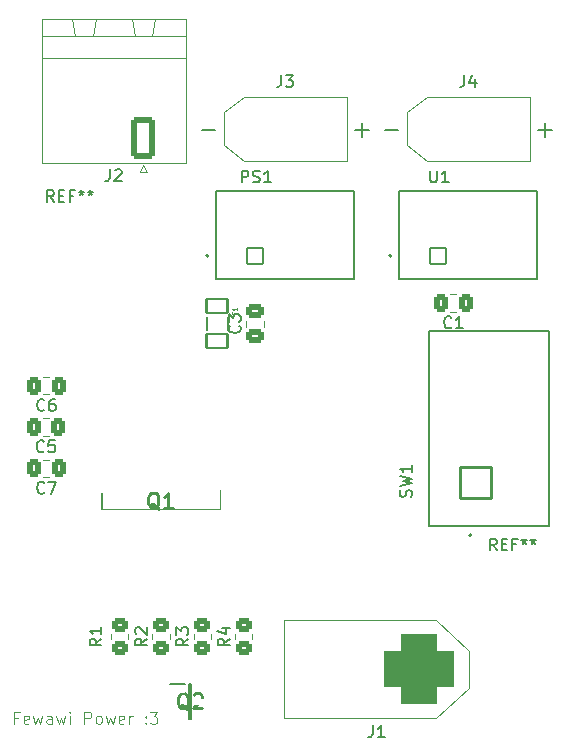
<source format=gto>
%TF.GenerationSoftware,KiCad,Pcbnew,8.0.2*%
%TF.CreationDate,2024-10-02T19:35:02-04:00*%
%TF.ProjectId,FewawiPowerBoard,46657761-7769-4506-9f77-6572426f6172,rev?*%
%TF.SameCoordinates,Original*%
%TF.FileFunction,Legend,Top*%
%TF.FilePolarity,Positive*%
%FSLAX46Y46*%
G04 Gerber Fmt 4.6, Leading zero omitted, Abs format (unit mm)*
G04 Created by KiCad (PCBNEW 8.0.2) date 2024-10-02 19:35:02*
%MOMM*%
%LPD*%
G01*
G04 APERTURE LIST*
G04 Aperture macros list*
%AMRoundRect*
0 Rectangle with rounded corners*
0 $1 Rounding radius*
0 $2 $3 $4 $5 $6 $7 $8 $9 X,Y pos of 4 corners*
0 Add a 4 corners polygon primitive as box body*
4,1,4,$2,$3,$4,$5,$6,$7,$8,$9,$2,$3,0*
0 Add four circle primitives for the rounded corners*
1,1,$1+$1,$2,$3*
1,1,$1+$1,$4,$5*
1,1,$1+$1,$6,$7*
1,1,$1+$1,$8,$9*
0 Add four rect primitives between the rounded corners*
20,1,$1+$1,$2,$3,$4,$5,0*
20,1,$1+$1,$4,$5,$6,$7,0*
20,1,$1+$1,$6,$7,$8,$9,0*
20,1,$1+$1,$8,$9,$2,$3,0*%
G04 Aperture macros list end*
%ADD10C,0.100000*%
%ADD11C,0.150000*%
%ADD12C,0.098425*%
%ADD13C,0.254000*%
%ADD14C,0.120000*%
%ADD15C,0.127000*%
%ADD16C,0.200000*%
%ADD17C,6.000000*%
%ADD18R,3.800000X3.800000*%
%ADD19C,4.000000*%
%ADD20RoundRect,0.102000X-0.900000X0.585000X-0.900000X-0.585000X0.900000X-0.585000X0.900000X0.585000X0*%
%ADD21R,1.257000X3.429000*%
%ADD22R,10.668000X9.017000*%
%ADD23RoundRect,0.250000X0.475000X-0.337500X0.475000X0.337500X-0.475000X0.337500X-0.475000X-0.337500X0*%
%ADD24RoundRect,0.250000X0.337500X0.475000X-0.337500X0.475000X-0.337500X-0.475000X0.337500X-0.475000X0*%
%ADD25RoundRect,0.102000X-0.679000X-0.679000X0.679000X-0.679000X0.679000X0.679000X-0.679000X0.679000X0*%
%ADD26C,1.562000*%
%ADD27RoundRect,0.250000X0.450000X-0.350000X0.450000X0.350000X-0.450000X0.350000X-0.450000X-0.350000X0*%
%ADD28RoundRect,1.500000X1.500000X1.500000X-1.500000X1.500000X-1.500000X-1.500000X1.500000X-1.500000X0*%
%ADD29R,1.300000X0.600000*%
%ADD30RoundRect,0.102000X1.312500X-1.312500X1.312500X1.312500X-1.312500X1.312500X-1.312500X-1.312500X0*%
%ADD31C,2.829000*%
%ADD32RoundRect,0.250000X0.750000X1.550000X-0.750000X1.550000X-0.750000X-1.550000X0.750000X-1.550000X0*%
%ADD33O,2.000000X3.600000*%
%ADD34RoundRect,0.250000X-0.450000X0.350000X-0.450000X-0.350000X0.450000X-0.350000X0.450000X0.350000X0*%
G04 APERTURE END LIST*
D10*
X81387217Y-95848609D02*
X81053884Y-95848609D01*
X81053884Y-96372419D02*
X81053884Y-95372419D01*
X81053884Y-95372419D02*
X81530074Y-95372419D01*
X82291979Y-96324800D02*
X82196741Y-96372419D01*
X82196741Y-96372419D02*
X82006265Y-96372419D01*
X82006265Y-96372419D02*
X81911027Y-96324800D01*
X81911027Y-96324800D02*
X81863408Y-96229561D01*
X81863408Y-96229561D02*
X81863408Y-95848609D01*
X81863408Y-95848609D02*
X81911027Y-95753371D01*
X81911027Y-95753371D02*
X82006265Y-95705752D01*
X82006265Y-95705752D02*
X82196741Y-95705752D01*
X82196741Y-95705752D02*
X82291979Y-95753371D01*
X82291979Y-95753371D02*
X82339598Y-95848609D01*
X82339598Y-95848609D02*
X82339598Y-95943847D01*
X82339598Y-95943847D02*
X81863408Y-96039085D01*
X82672932Y-95705752D02*
X82863408Y-96372419D01*
X82863408Y-96372419D02*
X83053884Y-95896228D01*
X83053884Y-95896228D02*
X83244360Y-96372419D01*
X83244360Y-96372419D02*
X83434836Y-95705752D01*
X84244360Y-96372419D02*
X84244360Y-95848609D01*
X84244360Y-95848609D02*
X84196741Y-95753371D01*
X84196741Y-95753371D02*
X84101503Y-95705752D01*
X84101503Y-95705752D02*
X83911027Y-95705752D01*
X83911027Y-95705752D02*
X83815789Y-95753371D01*
X84244360Y-96324800D02*
X84149122Y-96372419D01*
X84149122Y-96372419D02*
X83911027Y-96372419D01*
X83911027Y-96372419D02*
X83815789Y-96324800D01*
X83815789Y-96324800D02*
X83768170Y-96229561D01*
X83768170Y-96229561D02*
X83768170Y-96134323D01*
X83768170Y-96134323D02*
X83815789Y-96039085D01*
X83815789Y-96039085D02*
X83911027Y-95991466D01*
X83911027Y-95991466D02*
X84149122Y-95991466D01*
X84149122Y-95991466D02*
X84244360Y-95943847D01*
X84625313Y-95705752D02*
X84815789Y-96372419D01*
X84815789Y-96372419D02*
X85006265Y-95896228D01*
X85006265Y-95896228D02*
X85196741Y-96372419D01*
X85196741Y-96372419D02*
X85387217Y-95705752D01*
X85768170Y-96372419D02*
X85768170Y-95705752D01*
X85768170Y-95372419D02*
X85720551Y-95420038D01*
X85720551Y-95420038D02*
X85768170Y-95467657D01*
X85768170Y-95467657D02*
X85815789Y-95420038D01*
X85815789Y-95420038D02*
X85768170Y-95372419D01*
X85768170Y-95372419D02*
X85768170Y-95467657D01*
X87006265Y-96372419D02*
X87006265Y-95372419D01*
X87006265Y-95372419D02*
X87387217Y-95372419D01*
X87387217Y-95372419D02*
X87482455Y-95420038D01*
X87482455Y-95420038D02*
X87530074Y-95467657D01*
X87530074Y-95467657D02*
X87577693Y-95562895D01*
X87577693Y-95562895D02*
X87577693Y-95705752D01*
X87577693Y-95705752D02*
X87530074Y-95800990D01*
X87530074Y-95800990D02*
X87482455Y-95848609D01*
X87482455Y-95848609D02*
X87387217Y-95896228D01*
X87387217Y-95896228D02*
X87006265Y-95896228D01*
X88149122Y-96372419D02*
X88053884Y-96324800D01*
X88053884Y-96324800D02*
X88006265Y-96277180D01*
X88006265Y-96277180D02*
X87958646Y-96181942D01*
X87958646Y-96181942D02*
X87958646Y-95896228D01*
X87958646Y-95896228D02*
X88006265Y-95800990D01*
X88006265Y-95800990D02*
X88053884Y-95753371D01*
X88053884Y-95753371D02*
X88149122Y-95705752D01*
X88149122Y-95705752D02*
X88291979Y-95705752D01*
X88291979Y-95705752D02*
X88387217Y-95753371D01*
X88387217Y-95753371D02*
X88434836Y-95800990D01*
X88434836Y-95800990D02*
X88482455Y-95896228D01*
X88482455Y-95896228D02*
X88482455Y-96181942D01*
X88482455Y-96181942D02*
X88434836Y-96277180D01*
X88434836Y-96277180D02*
X88387217Y-96324800D01*
X88387217Y-96324800D02*
X88291979Y-96372419D01*
X88291979Y-96372419D02*
X88149122Y-96372419D01*
X88815789Y-95705752D02*
X89006265Y-96372419D01*
X89006265Y-96372419D02*
X89196741Y-95896228D01*
X89196741Y-95896228D02*
X89387217Y-96372419D01*
X89387217Y-96372419D02*
X89577693Y-95705752D01*
X90339598Y-96324800D02*
X90244360Y-96372419D01*
X90244360Y-96372419D02*
X90053884Y-96372419D01*
X90053884Y-96372419D02*
X89958646Y-96324800D01*
X89958646Y-96324800D02*
X89911027Y-96229561D01*
X89911027Y-96229561D02*
X89911027Y-95848609D01*
X89911027Y-95848609D02*
X89958646Y-95753371D01*
X89958646Y-95753371D02*
X90053884Y-95705752D01*
X90053884Y-95705752D02*
X90244360Y-95705752D01*
X90244360Y-95705752D02*
X90339598Y-95753371D01*
X90339598Y-95753371D02*
X90387217Y-95848609D01*
X90387217Y-95848609D02*
X90387217Y-95943847D01*
X90387217Y-95943847D02*
X89911027Y-96039085D01*
X90815789Y-96372419D02*
X90815789Y-95705752D01*
X90815789Y-95896228D02*
X90863408Y-95800990D01*
X90863408Y-95800990D02*
X90911027Y-95753371D01*
X90911027Y-95753371D02*
X91006265Y-95705752D01*
X91006265Y-95705752D02*
X91101503Y-95705752D01*
X92196742Y-96277180D02*
X92244361Y-96324800D01*
X92244361Y-96324800D02*
X92196742Y-96372419D01*
X92196742Y-96372419D02*
X92149123Y-96324800D01*
X92149123Y-96324800D02*
X92196742Y-96277180D01*
X92196742Y-96277180D02*
X92196742Y-96372419D01*
X92196742Y-95753371D02*
X92244361Y-95800990D01*
X92244361Y-95800990D02*
X92196742Y-95848609D01*
X92196742Y-95848609D02*
X92149123Y-95800990D01*
X92149123Y-95800990D02*
X92196742Y-95753371D01*
X92196742Y-95753371D02*
X92196742Y-95848609D01*
X92577694Y-95372419D02*
X93196741Y-95372419D01*
X93196741Y-95372419D02*
X92863408Y-95753371D01*
X92863408Y-95753371D02*
X93006265Y-95753371D01*
X93006265Y-95753371D02*
X93101503Y-95800990D01*
X93101503Y-95800990D02*
X93149122Y-95848609D01*
X93149122Y-95848609D02*
X93196741Y-95943847D01*
X93196741Y-95943847D02*
X93196741Y-96181942D01*
X93196741Y-96181942D02*
X93149122Y-96277180D01*
X93149122Y-96277180D02*
X93101503Y-96324800D01*
X93101503Y-96324800D02*
X93006265Y-96372419D01*
X93006265Y-96372419D02*
X92720551Y-96372419D01*
X92720551Y-96372419D02*
X92625313Y-96324800D01*
X92625313Y-96324800D02*
X92577694Y-96277180D01*
D11*
X121916666Y-81704819D02*
X121583333Y-81228628D01*
X121345238Y-81704819D02*
X121345238Y-80704819D01*
X121345238Y-80704819D02*
X121726190Y-80704819D01*
X121726190Y-80704819D02*
X121821428Y-80752438D01*
X121821428Y-80752438D02*
X121869047Y-80800057D01*
X121869047Y-80800057D02*
X121916666Y-80895295D01*
X121916666Y-80895295D02*
X121916666Y-81038152D01*
X121916666Y-81038152D02*
X121869047Y-81133390D01*
X121869047Y-81133390D02*
X121821428Y-81181009D01*
X121821428Y-81181009D02*
X121726190Y-81228628D01*
X121726190Y-81228628D02*
X121345238Y-81228628D01*
X122345238Y-81181009D02*
X122678571Y-81181009D01*
X122821428Y-81704819D02*
X122345238Y-81704819D01*
X122345238Y-81704819D02*
X122345238Y-80704819D01*
X122345238Y-80704819D02*
X122821428Y-80704819D01*
X123583333Y-81181009D02*
X123250000Y-81181009D01*
X123250000Y-81704819D02*
X123250000Y-80704819D01*
X123250000Y-80704819D02*
X123726190Y-80704819D01*
X124250000Y-80704819D02*
X124250000Y-80942914D01*
X124011905Y-80847676D02*
X124250000Y-80942914D01*
X124250000Y-80942914D02*
X124488095Y-80847676D01*
X124107143Y-81133390D02*
X124250000Y-80942914D01*
X124250000Y-80942914D02*
X124392857Y-81133390D01*
X125011905Y-80704819D02*
X125011905Y-80942914D01*
X124773810Y-80847676D02*
X125011905Y-80942914D01*
X125011905Y-80942914D02*
X125250000Y-80847676D01*
X124869048Y-81133390D02*
X125011905Y-80942914D01*
X125011905Y-80942914D02*
X125154762Y-81133390D01*
X119166666Y-41454819D02*
X119166666Y-42169104D01*
X119166666Y-42169104D02*
X119119047Y-42311961D01*
X119119047Y-42311961D02*
X119023809Y-42407200D01*
X119023809Y-42407200D02*
X118880952Y-42454819D01*
X118880952Y-42454819D02*
X118785714Y-42454819D01*
X120071428Y-41788152D02*
X120071428Y-42454819D01*
X119833333Y-41407200D02*
X119595238Y-42121485D01*
X119595238Y-42121485D02*
X120214285Y-42121485D01*
X125428571Y-46114700D02*
X126571429Y-46114700D01*
X126000000Y-46686128D02*
X126000000Y-45543271D01*
X112428571Y-46114700D02*
X113571429Y-46114700D01*
X84416666Y-52204819D02*
X84083333Y-51728628D01*
X83845238Y-52204819D02*
X83845238Y-51204819D01*
X83845238Y-51204819D02*
X84226190Y-51204819D01*
X84226190Y-51204819D02*
X84321428Y-51252438D01*
X84321428Y-51252438D02*
X84369047Y-51300057D01*
X84369047Y-51300057D02*
X84416666Y-51395295D01*
X84416666Y-51395295D02*
X84416666Y-51538152D01*
X84416666Y-51538152D02*
X84369047Y-51633390D01*
X84369047Y-51633390D02*
X84321428Y-51681009D01*
X84321428Y-51681009D02*
X84226190Y-51728628D01*
X84226190Y-51728628D02*
X83845238Y-51728628D01*
X84845238Y-51681009D02*
X85178571Y-51681009D01*
X85321428Y-52204819D02*
X84845238Y-52204819D01*
X84845238Y-52204819D02*
X84845238Y-51204819D01*
X84845238Y-51204819D02*
X85321428Y-51204819D01*
X86083333Y-51681009D02*
X85750000Y-51681009D01*
X85750000Y-52204819D02*
X85750000Y-51204819D01*
X85750000Y-51204819D02*
X86226190Y-51204819D01*
X86750000Y-51204819D02*
X86750000Y-51442914D01*
X86511905Y-51347676D02*
X86750000Y-51442914D01*
X86750000Y-51442914D02*
X86988095Y-51347676D01*
X86607143Y-51633390D02*
X86750000Y-51442914D01*
X86750000Y-51442914D02*
X86892857Y-51633390D01*
X87511905Y-51204819D02*
X87511905Y-51442914D01*
X87273810Y-51347676D02*
X87511905Y-51442914D01*
X87511905Y-51442914D02*
X87750000Y-51347676D01*
X87369048Y-51633390D02*
X87511905Y-51442914D01*
X87511905Y-51442914D02*
X87654762Y-51633390D01*
X103666666Y-41454819D02*
X103666666Y-42169104D01*
X103666666Y-42169104D02*
X103619047Y-42311961D01*
X103619047Y-42311961D02*
X103523809Y-42407200D01*
X103523809Y-42407200D02*
X103380952Y-42454819D01*
X103380952Y-42454819D02*
X103285714Y-42454819D01*
X104047619Y-41454819D02*
X104666666Y-41454819D01*
X104666666Y-41454819D02*
X104333333Y-41835771D01*
X104333333Y-41835771D02*
X104476190Y-41835771D01*
X104476190Y-41835771D02*
X104571428Y-41883390D01*
X104571428Y-41883390D02*
X104619047Y-41931009D01*
X104619047Y-41931009D02*
X104666666Y-42026247D01*
X104666666Y-42026247D02*
X104666666Y-42264342D01*
X104666666Y-42264342D02*
X104619047Y-42359580D01*
X104619047Y-42359580D02*
X104571428Y-42407200D01*
X104571428Y-42407200D02*
X104476190Y-42454819D01*
X104476190Y-42454819D02*
X104190476Y-42454819D01*
X104190476Y-42454819D02*
X104095238Y-42407200D01*
X104095238Y-42407200D02*
X104047619Y-42359580D01*
X96928571Y-46114700D02*
X98071429Y-46114700D01*
X109928571Y-46114700D02*
X111071429Y-46114700D01*
X110500000Y-46686128D02*
X110500000Y-45543271D01*
D12*
X99710790Y-61571233D02*
X99710790Y-61702466D01*
X99917014Y-61702466D02*
X99523313Y-61702466D01*
X99523313Y-61702466D02*
X99523313Y-61514990D01*
X99917014Y-61158784D02*
X99917014Y-61383756D01*
X99917014Y-61271270D02*
X99523313Y-61271270D01*
X99523313Y-61271270D02*
X99579556Y-61308765D01*
X99579556Y-61308765D02*
X99617052Y-61346261D01*
X99617052Y-61346261D02*
X99635799Y-61383756D01*
D13*
X93339047Y-78195270D02*
X93218095Y-78134794D01*
X93218095Y-78134794D02*
X93097142Y-78013842D01*
X93097142Y-78013842D02*
X92915714Y-77832413D01*
X92915714Y-77832413D02*
X92794761Y-77771937D01*
X92794761Y-77771937D02*
X92673809Y-77771937D01*
X92734285Y-78074318D02*
X92613333Y-78013842D01*
X92613333Y-78013842D02*
X92492380Y-77892889D01*
X92492380Y-77892889D02*
X92431904Y-77650984D01*
X92431904Y-77650984D02*
X92431904Y-77227651D01*
X92431904Y-77227651D02*
X92492380Y-76985746D01*
X92492380Y-76985746D02*
X92613333Y-76864794D01*
X92613333Y-76864794D02*
X92734285Y-76804318D01*
X92734285Y-76804318D02*
X92976190Y-76804318D01*
X92976190Y-76804318D02*
X93097142Y-76864794D01*
X93097142Y-76864794D02*
X93218095Y-76985746D01*
X93218095Y-76985746D02*
X93278571Y-77227651D01*
X93278571Y-77227651D02*
X93278571Y-77650984D01*
X93278571Y-77650984D02*
X93218095Y-77892889D01*
X93218095Y-77892889D02*
X93097142Y-78013842D01*
X93097142Y-78013842D02*
X92976190Y-78074318D01*
X92976190Y-78074318D02*
X92734285Y-78074318D01*
X94488095Y-78074318D02*
X93762380Y-78074318D01*
X94125237Y-78074318D02*
X94125237Y-76804318D01*
X94125237Y-76804318D02*
X94004285Y-76985746D01*
X94004285Y-76985746D02*
X93883333Y-77106699D01*
X93883333Y-77106699D02*
X93762380Y-77167175D01*
D11*
X100139580Y-62666666D02*
X100187200Y-62714285D01*
X100187200Y-62714285D02*
X100234819Y-62857142D01*
X100234819Y-62857142D02*
X100234819Y-62952380D01*
X100234819Y-62952380D02*
X100187200Y-63095237D01*
X100187200Y-63095237D02*
X100091961Y-63190475D01*
X100091961Y-63190475D02*
X99996723Y-63238094D01*
X99996723Y-63238094D02*
X99806247Y-63285713D01*
X99806247Y-63285713D02*
X99663390Y-63285713D01*
X99663390Y-63285713D02*
X99472914Y-63238094D01*
X99472914Y-63238094D02*
X99377676Y-63190475D01*
X99377676Y-63190475D02*
X99282438Y-63095237D01*
X99282438Y-63095237D02*
X99234819Y-62952380D01*
X99234819Y-62952380D02*
X99234819Y-62857142D01*
X99234819Y-62857142D02*
X99282438Y-62714285D01*
X99282438Y-62714285D02*
X99330057Y-62666666D01*
X99234819Y-62333332D02*
X99234819Y-61714285D01*
X99234819Y-61714285D02*
X99615771Y-62047618D01*
X99615771Y-62047618D02*
X99615771Y-61904761D01*
X99615771Y-61904761D02*
X99663390Y-61809523D01*
X99663390Y-61809523D02*
X99711009Y-61761904D01*
X99711009Y-61761904D02*
X99806247Y-61714285D01*
X99806247Y-61714285D02*
X100044342Y-61714285D01*
X100044342Y-61714285D02*
X100139580Y-61761904D01*
X100139580Y-61761904D02*
X100187200Y-61809523D01*
X100187200Y-61809523D02*
X100234819Y-61904761D01*
X100234819Y-61904761D02*
X100234819Y-62190475D01*
X100234819Y-62190475D02*
X100187200Y-62285713D01*
X100187200Y-62285713D02*
X100139580Y-62333332D01*
X83620833Y-76789580D02*
X83573214Y-76837200D01*
X83573214Y-76837200D02*
X83430357Y-76884819D01*
X83430357Y-76884819D02*
X83335119Y-76884819D01*
X83335119Y-76884819D02*
X83192262Y-76837200D01*
X83192262Y-76837200D02*
X83097024Y-76741961D01*
X83097024Y-76741961D02*
X83049405Y-76646723D01*
X83049405Y-76646723D02*
X83001786Y-76456247D01*
X83001786Y-76456247D02*
X83001786Y-76313390D01*
X83001786Y-76313390D02*
X83049405Y-76122914D01*
X83049405Y-76122914D02*
X83097024Y-76027676D01*
X83097024Y-76027676D02*
X83192262Y-75932438D01*
X83192262Y-75932438D02*
X83335119Y-75884819D01*
X83335119Y-75884819D02*
X83430357Y-75884819D01*
X83430357Y-75884819D02*
X83573214Y-75932438D01*
X83573214Y-75932438D02*
X83620833Y-75980057D01*
X83954167Y-75884819D02*
X84620833Y-75884819D01*
X84620833Y-75884819D02*
X84192262Y-76884819D01*
X116273095Y-49539819D02*
X116273095Y-50349342D01*
X116273095Y-50349342D02*
X116320714Y-50444580D01*
X116320714Y-50444580D02*
X116368333Y-50492200D01*
X116368333Y-50492200D02*
X116463571Y-50539819D01*
X116463571Y-50539819D02*
X116654047Y-50539819D01*
X116654047Y-50539819D02*
X116749285Y-50492200D01*
X116749285Y-50492200D02*
X116796904Y-50444580D01*
X116796904Y-50444580D02*
X116844523Y-50349342D01*
X116844523Y-50349342D02*
X116844523Y-49539819D01*
X117844523Y-50539819D02*
X117273095Y-50539819D01*
X117558809Y-50539819D02*
X117558809Y-49539819D01*
X117558809Y-49539819D02*
X117463571Y-49682676D01*
X117463571Y-49682676D02*
X117368333Y-49777914D01*
X117368333Y-49777914D02*
X117273095Y-49825533D01*
X99304819Y-89166666D02*
X98828628Y-89499999D01*
X99304819Y-89738094D02*
X98304819Y-89738094D01*
X98304819Y-89738094D02*
X98304819Y-89357142D01*
X98304819Y-89357142D02*
X98352438Y-89261904D01*
X98352438Y-89261904D02*
X98400057Y-89214285D01*
X98400057Y-89214285D02*
X98495295Y-89166666D01*
X98495295Y-89166666D02*
X98638152Y-89166666D01*
X98638152Y-89166666D02*
X98733390Y-89214285D01*
X98733390Y-89214285D02*
X98781009Y-89261904D01*
X98781009Y-89261904D02*
X98828628Y-89357142D01*
X98828628Y-89357142D02*
X98828628Y-89738094D01*
X98638152Y-88309523D02*
X99304819Y-88309523D01*
X98257200Y-88547618D02*
X98971485Y-88785713D01*
X98971485Y-88785713D02*
X98971485Y-88166666D01*
X111416666Y-96504819D02*
X111416666Y-97219104D01*
X111416666Y-97219104D02*
X111369047Y-97361961D01*
X111369047Y-97361961D02*
X111273809Y-97457200D01*
X111273809Y-97457200D02*
X111130952Y-97504819D01*
X111130952Y-97504819D02*
X111035714Y-97504819D01*
X112416666Y-97504819D02*
X111845238Y-97504819D01*
X112130952Y-97504819D02*
X112130952Y-96504819D01*
X112130952Y-96504819D02*
X112035714Y-96647676D01*
X112035714Y-96647676D02*
X111940476Y-96742914D01*
X111940476Y-96742914D02*
X111845238Y-96790533D01*
X118083333Y-62789580D02*
X118035714Y-62837200D01*
X118035714Y-62837200D02*
X117892857Y-62884819D01*
X117892857Y-62884819D02*
X117797619Y-62884819D01*
X117797619Y-62884819D02*
X117654762Y-62837200D01*
X117654762Y-62837200D02*
X117559524Y-62741961D01*
X117559524Y-62741961D02*
X117511905Y-62646723D01*
X117511905Y-62646723D02*
X117464286Y-62456247D01*
X117464286Y-62456247D02*
X117464286Y-62313390D01*
X117464286Y-62313390D02*
X117511905Y-62122914D01*
X117511905Y-62122914D02*
X117559524Y-62027676D01*
X117559524Y-62027676D02*
X117654762Y-61932438D01*
X117654762Y-61932438D02*
X117797619Y-61884819D01*
X117797619Y-61884819D02*
X117892857Y-61884819D01*
X117892857Y-61884819D02*
X118035714Y-61932438D01*
X118035714Y-61932438D02*
X118083333Y-61980057D01*
X119035714Y-62884819D02*
X118464286Y-62884819D01*
X118750000Y-62884819D02*
X118750000Y-61884819D01*
X118750000Y-61884819D02*
X118654762Y-62027676D01*
X118654762Y-62027676D02*
X118559524Y-62122914D01*
X118559524Y-62122914D02*
X118464286Y-62170533D01*
X100320714Y-50539819D02*
X100320714Y-49539819D01*
X100320714Y-49539819D02*
X100701666Y-49539819D01*
X100701666Y-49539819D02*
X100796904Y-49587438D01*
X100796904Y-49587438D02*
X100844523Y-49635057D01*
X100844523Y-49635057D02*
X100892142Y-49730295D01*
X100892142Y-49730295D02*
X100892142Y-49873152D01*
X100892142Y-49873152D02*
X100844523Y-49968390D01*
X100844523Y-49968390D02*
X100796904Y-50016009D01*
X100796904Y-50016009D02*
X100701666Y-50063628D01*
X100701666Y-50063628D02*
X100320714Y-50063628D01*
X101273095Y-50492200D02*
X101415952Y-50539819D01*
X101415952Y-50539819D02*
X101654047Y-50539819D01*
X101654047Y-50539819D02*
X101749285Y-50492200D01*
X101749285Y-50492200D02*
X101796904Y-50444580D01*
X101796904Y-50444580D02*
X101844523Y-50349342D01*
X101844523Y-50349342D02*
X101844523Y-50254104D01*
X101844523Y-50254104D02*
X101796904Y-50158866D01*
X101796904Y-50158866D02*
X101749285Y-50111247D01*
X101749285Y-50111247D02*
X101654047Y-50063628D01*
X101654047Y-50063628D02*
X101463571Y-50016009D01*
X101463571Y-50016009D02*
X101368333Y-49968390D01*
X101368333Y-49968390D02*
X101320714Y-49920771D01*
X101320714Y-49920771D02*
X101273095Y-49825533D01*
X101273095Y-49825533D02*
X101273095Y-49730295D01*
X101273095Y-49730295D02*
X101320714Y-49635057D01*
X101320714Y-49635057D02*
X101368333Y-49587438D01*
X101368333Y-49587438D02*
X101463571Y-49539819D01*
X101463571Y-49539819D02*
X101701666Y-49539819D01*
X101701666Y-49539819D02*
X101844523Y-49587438D01*
X102796904Y-50539819D02*
X102225476Y-50539819D01*
X102511190Y-50539819D02*
X102511190Y-49539819D01*
X102511190Y-49539819D02*
X102415952Y-49682676D01*
X102415952Y-49682676D02*
X102320714Y-49777914D01*
X102320714Y-49777914D02*
X102225476Y-49825533D01*
D13*
X95829047Y-95195270D02*
X95708095Y-95134794D01*
X95708095Y-95134794D02*
X95587142Y-95013842D01*
X95587142Y-95013842D02*
X95405714Y-94832413D01*
X95405714Y-94832413D02*
X95284761Y-94771937D01*
X95284761Y-94771937D02*
X95163809Y-94771937D01*
X95224285Y-95074318D02*
X95103333Y-95013842D01*
X95103333Y-95013842D02*
X94982380Y-94892889D01*
X94982380Y-94892889D02*
X94921904Y-94650984D01*
X94921904Y-94650984D02*
X94921904Y-94227651D01*
X94921904Y-94227651D02*
X94982380Y-93985746D01*
X94982380Y-93985746D02*
X95103333Y-93864794D01*
X95103333Y-93864794D02*
X95224285Y-93804318D01*
X95224285Y-93804318D02*
X95466190Y-93804318D01*
X95466190Y-93804318D02*
X95587142Y-93864794D01*
X95587142Y-93864794D02*
X95708095Y-93985746D01*
X95708095Y-93985746D02*
X95768571Y-94227651D01*
X95768571Y-94227651D02*
X95768571Y-94650984D01*
X95768571Y-94650984D02*
X95708095Y-94892889D01*
X95708095Y-94892889D02*
X95587142Y-95013842D01*
X95587142Y-95013842D02*
X95466190Y-95074318D01*
X95466190Y-95074318D02*
X95224285Y-95074318D01*
X96252380Y-93925270D02*
X96312856Y-93864794D01*
X96312856Y-93864794D02*
X96433809Y-93804318D01*
X96433809Y-93804318D02*
X96736190Y-93804318D01*
X96736190Y-93804318D02*
X96857142Y-93864794D01*
X96857142Y-93864794D02*
X96917618Y-93925270D01*
X96917618Y-93925270D02*
X96978095Y-94046222D01*
X96978095Y-94046222D02*
X96978095Y-94167175D01*
X96978095Y-94167175D02*
X96917618Y-94348603D01*
X96917618Y-94348603D02*
X96191904Y-95074318D01*
X96191904Y-95074318D02*
X96978095Y-95074318D01*
D11*
X114672200Y-77160832D02*
X114719819Y-77017975D01*
X114719819Y-77017975D02*
X114719819Y-76779880D01*
X114719819Y-76779880D02*
X114672200Y-76684642D01*
X114672200Y-76684642D02*
X114624580Y-76637023D01*
X114624580Y-76637023D02*
X114529342Y-76589404D01*
X114529342Y-76589404D02*
X114434104Y-76589404D01*
X114434104Y-76589404D02*
X114338866Y-76637023D01*
X114338866Y-76637023D02*
X114291247Y-76684642D01*
X114291247Y-76684642D02*
X114243628Y-76779880D01*
X114243628Y-76779880D02*
X114196009Y-76970356D01*
X114196009Y-76970356D02*
X114148390Y-77065594D01*
X114148390Y-77065594D02*
X114100771Y-77113213D01*
X114100771Y-77113213D02*
X114005533Y-77160832D01*
X114005533Y-77160832D02*
X113910295Y-77160832D01*
X113910295Y-77160832D02*
X113815057Y-77113213D01*
X113815057Y-77113213D02*
X113767438Y-77065594D01*
X113767438Y-77065594D02*
X113719819Y-76970356D01*
X113719819Y-76970356D02*
X113719819Y-76732261D01*
X113719819Y-76732261D02*
X113767438Y-76589404D01*
X113719819Y-76256070D02*
X114719819Y-76017975D01*
X114719819Y-76017975D02*
X114005533Y-75827499D01*
X114005533Y-75827499D02*
X114719819Y-75637023D01*
X114719819Y-75637023D02*
X113719819Y-75398928D01*
X114719819Y-74494166D02*
X114719819Y-75065594D01*
X114719819Y-74779880D02*
X113719819Y-74779880D01*
X113719819Y-74779880D02*
X113862676Y-74875118D01*
X113862676Y-74875118D02*
X113957914Y-74970356D01*
X113957914Y-74970356D02*
X114005533Y-75065594D01*
X95804819Y-89166666D02*
X95328628Y-89499999D01*
X95804819Y-89738094D02*
X94804819Y-89738094D01*
X94804819Y-89738094D02*
X94804819Y-89357142D01*
X94804819Y-89357142D02*
X94852438Y-89261904D01*
X94852438Y-89261904D02*
X94900057Y-89214285D01*
X94900057Y-89214285D02*
X94995295Y-89166666D01*
X94995295Y-89166666D02*
X95138152Y-89166666D01*
X95138152Y-89166666D02*
X95233390Y-89214285D01*
X95233390Y-89214285D02*
X95281009Y-89261904D01*
X95281009Y-89261904D02*
X95328628Y-89357142D01*
X95328628Y-89357142D02*
X95328628Y-89738094D01*
X94804819Y-88833332D02*
X94804819Y-88214285D01*
X94804819Y-88214285D02*
X95185771Y-88547618D01*
X95185771Y-88547618D02*
X95185771Y-88404761D01*
X95185771Y-88404761D02*
X95233390Y-88309523D01*
X95233390Y-88309523D02*
X95281009Y-88261904D01*
X95281009Y-88261904D02*
X95376247Y-88214285D01*
X95376247Y-88214285D02*
X95614342Y-88214285D01*
X95614342Y-88214285D02*
X95709580Y-88261904D01*
X95709580Y-88261904D02*
X95757200Y-88309523D01*
X95757200Y-88309523D02*
X95804819Y-88404761D01*
X95804819Y-88404761D02*
X95804819Y-88690475D01*
X95804819Y-88690475D02*
X95757200Y-88785713D01*
X95757200Y-88785713D02*
X95709580Y-88833332D01*
X89166666Y-49432319D02*
X89166666Y-50146604D01*
X89166666Y-50146604D02*
X89119047Y-50289461D01*
X89119047Y-50289461D02*
X89023809Y-50384700D01*
X89023809Y-50384700D02*
X88880952Y-50432319D01*
X88880952Y-50432319D02*
X88785714Y-50432319D01*
X89595238Y-49527557D02*
X89642857Y-49479938D01*
X89642857Y-49479938D02*
X89738095Y-49432319D01*
X89738095Y-49432319D02*
X89976190Y-49432319D01*
X89976190Y-49432319D02*
X90071428Y-49479938D01*
X90071428Y-49479938D02*
X90119047Y-49527557D01*
X90119047Y-49527557D02*
X90166666Y-49622795D01*
X90166666Y-49622795D02*
X90166666Y-49718033D01*
X90166666Y-49718033D02*
X90119047Y-49860890D01*
X90119047Y-49860890D02*
X89547619Y-50432319D01*
X89547619Y-50432319D02*
X90166666Y-50432319D01*
X88454819Y-89166666D02*
X87978628Y-89499999D01*
X88454819Y-89738094D02*
X87454819Y-89738094D01*
X87454819Y-89738094D02*
X87454819Y-89357142D01*
X87454819Y-89357142D02*
X87502438Y-89261904D01*
X87502438Y-89261904D02*
X87550057Y-89214285D01*
X87550057Y-89214285D02*
X87645295Y-89166666D01*
X87645295Y-89166666D02*
X87788152Y-89166666D01*
X87788152Y-89166666D02*
X87883390Y-89214285D01*
X87883390Y-89214285D02*
X87931009Y-89261904D01*
X87931009Y-89261904D02*
X87978628Y-89357142D01*
X87978628Y-89357142D02*
X87978628Y-89738094D01*
X88454819Y-88214285D02*
X88454819Y-88785713D01*
X88454819Y-88499999D02*
X87454819Y-88499999D01*
X87454819Y-88499999D02*
X87597676Y-88595237D01*
X87597676Y-88595237D02*
X87692914Y-88690475D01*
X87692914Y-88690475D02*
X87740533Y-88785713D01*
X83583333Y-73289580D02*
X83535714Y-73337200D01*
X83535714Y-73337200D02*
X83392857Y-73384819D01*
X83392857Y-73384819D02*
X83297619Y-73384819D01*
X83297619Y-73384819D02*
X83154762Y-73337200D01*
X83154762Y-73337200D02*
X83059524Y-73241961D01*
X83059524Y-73241961D02*
X83011905Y-73146723D01*
X83011905Y-73146723D02*
X82964286Y-72956247D01*
X82964286Y-72956247D02*
X82964286Y-72813390D01*
X82964286Y-72813390D02*
X83011905Y-72622914D01*
X83011905Y-72622914D02*
X83059524Y-72527676D01*
X83059524Y-72527676D02*
X83154762Y-72432438D01*
X83154762Y-72432438D02*
X83297619Y-72384819D01*
X83297619Y-72384819D02*
X83392857Y-72384819D01*
X83392857Y-72384819D02*
X83535714Y-72432438D01*
X83535714Y-72432438D02*
X83583333Y-72480057D01*
X84488095Y-72384819D02*
X84011905Y-72384819D01*
X84011905Y-72384819D02*
X83964286Y-72861009D01*
X83964286Y-72861009D02*
X84011905Y-72813390D01*
X84011905Y-72813390D02*
X84107143Y-72765771D01*
X84107143Y-72765771D02*
X84345238Y-72765771D01*
X84345238Y-72765771D02*
X84440476Y-72813390D01*
X84440476Y-72813390D02*
X84488095Y-72861009D01*
X84488095Y-72861009D02*
X84535714Y-72956247D01*
X84535714Y-72956247D02*
X84535714Y-73194342D01*
X84535714Y-73194342D02*
X84488095Y-73289580D01*
X84488095Y-73289580D02*
X84440476Y-73337200D01*
X84440476Y-73337200D02*
X84345238Y-73384819D01*
X84345238Y-73384819D02*
X84107143Y-73384819D01*
X84107143Y-73384819D02*
X84011905Y-73337200D01*
X84011905Y-73337200D02*
X83964286Y-73289580D01*
X92304819Y-89166666D02*
X91828628Y-89499999D01*
X92304819Y-89738094D02*
X91304819Y-89738094D01*
X91304819Y-89738094D02*
X91304819Y-89357142D01*
X91304819Y-89357142D02*
X91352438Y-89261904D01*
X91352438Y-89261904D02*
X91400057Y-89214285D01*
X91400057Y-89214285D02*
X91495295Y-89166666D01*
X91495295Y-89166666D02*
X91638152Y-89166666D01*
X91638152Y-89166666D02*
X91733390Y-89214285D01*
X91733390Y-89214285D02*
X91781009Y-89261904D01*
X91781009Y-89261904D02*
X91828628Y-89357142D01*
X91828628Y-89357142D02*
X91828628Y-89738094D01*
X91400057Y-88785713D02*
X91352438Y-88738094D01*
X91352438Y-88738094D02*
X91304819Y-88642856D01*
X91304819Y-88642856D02*
X91304819Y-88404761D01*
X91304819Y-88404761D02*
X91352438Y-88309523D01*
X91352438Y-88309523D02*
X91400057Y-88261904D01*
X91400057Y-88261904D02*
X91495295Y-88214285D01*
X91495295Y-88214285D02*
X91590533Y-88214285D01*
X91590533Y-88214285D02*
X91733390Y-88261904D01*
X91733390Y-88261904D02*
X92304819Y-88833332D01*
X92304819Y-88833332D02*
X92304819Y-88214285D01*
X83620833Y-69789580D02*
X83573214Y-69837200D01*
X83573214Y-69837200D02*
X83430357Y-69884819D01*
X83430357Y-69884819D02*
X83335119Y-69884819D01*
X83335119Y-69884819D02*
X83192262Y-69837200D01*
X83192262Y-69837200D02*
X83097024Y-69741961D01*
X83097024Y-69741961D02*
X83049405Y-69646723D01*
X83049405Y-69646723D02*
X83001786Y-69456247D01*
X83001786Y-69456247D02*
X83001786Y-69313390D01*
X83001786Y-69313390D02*
X83049405Y-69122914D01*
X83049405Y-69122914D02*
X83097024Y-69027676D01*
X83097024Y-69027676D02*
X83192262Y-68932438D01*
X83192262Y-68932438D02*
X83335119Y-68884819D01*
X83335119Y-68884819D02*
X83430357Y-68884819D01*
X83430357Y-68884819D02*
X83573214Y-68932438D01*
X83573214Y-68932438D02*
X83620833Y-68980057D01*
X84477976Y-68884819D02*
X84287500Y-68884819D01*
X84287500Y-68884819D02*
X84192262Y-68932438D01*
X84192262Y-68932438D02*
X84144643Y-68980057D01*
X84144643Y-68980057D02*
X84049405Y-69122914D01*
X84049405Y-69122914D02*
X84001786Y-69313390D01*
X84001786Y-69313390D02*
X84001786Y-69694342D01*
X84001786Y-69694342D02*
X84049405Y-69789580D01*
X84049405Y-69789580D02*
X84097024Y-69837200D01*
X84097024Y-69837200D02*
X84192262Y-69884819D01*
X84192262Y-69884819D02*
X84382738Y-69884819D01*
X84382738Y-69884819D02*
X84477976Y-69837200D01*
X84477976Y-69837200D02*
X84525595Y-69789580D01*
X84525595Y-69789580D02*
X84573214Y-69694342D01*
X84573214Y-69694342D02*
X84573214Y-69456247D01*
X84573214Y-69456247D02*
X84525595Y-69361009D01*
X84525595Y-69361009D02*
X84477976Y-69313390D01*
X84477976Y-69313390D02*
X84382738Y-69265771D01*
X84382738Y-69265771D02*
X84192262Y-69265771D01*
X84192262Y-69265771D02*
X84097024Y-69313390D01*
X84097024Y-69313390D02*
X84049405Y-69361009D01*
X84049405Y-69361009D02*
X84001786Y-69456247D01*
D14*
%TO.C,J4*%
X114290000Y-44590000D02*
X114290000Y-47410000D01*
X114290000Y-44590000D02*
X115990000Y-43290000D01*
X114290000Y-47410000D02*
X115990000Y-48710000D01*
X115990000Y-43290000D02*
X124710000Y-43290000D01*
X115990000Y-48710000D02*
X124710000Y-48710000D01*
X124710000Y-43290000D02*
X124710000Y-48710000D01*
%TO.C,J3*%
X98790000Y-44590000D02*
X98790000Y-47410000D01*
X98790000Y-44590000D02*
X100490000Y-43290000D01*
X98790000Y-47410000D02*
X100490000Y-48710000D01*
X100490000Y-43290000D02*
X109210000Y-43290000D01*
X100490000Y-48710000D02*
X109210000Y-48710000D01*
X109210000Y-43290000D02*
X109210000Y-48710000D01*
D15*
%TO.C,F1*%
X97360000Y-61940000D02*
X97360000Y-63060000D01*
X99140000Y-61940000D02*
X99140000Y-63060000D01*
D10*
%TO.C,Q1*%
X88443000Y-76844000D02*
X88443000Y-78150000D01*
X88443000Y-78150000D02*
X88443000Y-78150000D01*
X88443000Y-78150000D02*
X88460000Y-78150000D01*
X88443000Y-78150000D02*
X98476000Y-78150000D01*
X88460000Y-76844000D02*
X88443000Y-76844000D01*
X88460000Y-78150000D02*
X88460000Y-76844000D01*
X98476000Y-76594000D02*
X98476000Y-76594000D01*
X98476000Y-76594000D02*
X98476000Y-78150000D01*
X98476000Y-78150000D02*
X88443000Y-78150000D01*
X98476000Y-78150000D02*
X98476000Y-76594000D01*
X98476000Y-78150000D02*
X98476000Y-78150000D01*
X98476000Y-78150000D02*
X98476000Y-78150000D01*
D14*
%TO.C,C3*%
X100725000Y-62761252D02*
X100725000Y-62238748D01*
X102195000Y-62761252D02*
X102195000Y-62238748D01*
%TO.C,C7*%
X84048752Y-74015000D02*
X83526248Y-74015000D01*
X84048752Y-75485000D02*
X83526248Y-75485000D01*
D15*
%TO.C,U1*%
X113610000Y-51250000D02*
X125310000Y-51250000D01*
X113610000Y-58750000D02*
X113610000Y-51250000D01*
X113610000Y-58750000D02*
X125310000Y-58750000D01*
X125310000Y-51250000D02*
X125310000Y-58750000D01*
D16*
X113010000Y-56750000D02*
G75*
G02*
X112810000Y-56750000I-100000J0D01*
G01*
X112810000Y-56750000D02*
G75*
G02*
X113010000Y-56750000I100000J0D01*
G01*
D14*
%TO.C,R4*%
X99765000Y-89227064D02*
X99765000Y-88772936D01*
X101235000Y-89227064D02*
X101235000Y-88772936D01*
%TO.C,J1*%
X103900000Y-87600000D02*
X103900000Y-95900000D01*
X103900000Y-95900000D02*
X116750000Y-95900000D01*
X116750000Y-87600000D02*
X103900000Y-87600000D01*
X116750000Y-95900000D02*
X119600000Y-93350000D01*
X119600000Y-90200000D02*
X116750000Y-87600000D01*
X119600000Y-93350000D02*
X119600000Y-90200000D01*
%TO.C,C1*%
X118511252Y-60015000D02*
X117988748Y-60015000D01*
X118511252Y-61485000D02*
X117988748Y-61485000D01*
D15*
%TO.C,PS1*%
X98110000Y-51250000D02*
X109810000Y-51250000D01*
X98110000Y-58750000D02*
X98110000Y-51250000D01*
X98110000Y-58750000D02*
X109810000Y-58750000D01*
X109810000Y-51250000D02*
X109810000Y-58750000D01*
D16*
X97510000Y-56750000D02*
G75*
G02*
X97310000Y-56750000I-100000J0D01*
G01*
X97310000Y-56750000D02*
G75*
G02*
X97510000Y-56750000I100000J0D01*
G01*
%TO.C,Q2*%
X94250000Y-93000000D02*
X95550000Y-93000000D01*
X95900000Y-93040000D02*
X96000000Y-93040000D01*
X95900000Y-95960000D02*
X95900000Y-93040000D01*
X96000000Y-93040000D02*
X96000000Y-95960000D01*
X96000000Y-95960000D02*
X95900000Y-95960000D01*
D15*
%TO.C,SW1*%
X116170000Y-63152500D02*
X116170000Y-79612500D01*
X116170000Y-63152500D02*
X126330000Y-63152500D01*
X117950000Y-63152500D02*
X119500000Y-63152500D01*
X126330000Y-63152500D02*
X126330000Y-79612500D01*
X126330000Y-79612500D02*
X116170000Y-79612500D01*
D16*
X119780000Y-80422500D02*
G75*
G02*
X119580000Y-80422500I-100000J0D01*
G01*
X119580000Y-80422500D02*
G75*
G02*
X119780000Y-80422500I100000J0D01*
G01*
D14*
%TO.C,R3*%
X96265000Y-89227064D02*
X96265000Y-88772936D01*
X97735000Y-89227064D02*
X97735000Y-88772936D01*
%TO.C,J2*%
X83390000Y-36667500D02*
X83390000Y-48887500D01*
X83390000Y-38167500D02*
X95610000Y-38167500D01*
X83390000Y-39967500D02*
X83390000Y-38167500D01*
X83390000Y-48887500D02*
X95610000Y-48887500D01*
X86000000Y-36667500D02*
X86250000Y-38167500D01*
X86250000Y-38167500D02*
X87750000Y-38167500D01*
X87750000Y-38167500D02*
X88000000Y-36667500D01*
X88000000Y-36667500D02*
X86000000Y-36667500D01*
X91000000Y-36667500D02*
X91250000Y-38167500D01*
X91250000Y-38167500D02*
X92750000Y-38167500D01*
X91700000Y-49687500D02*
X92000000Y-49087500D01*
X92000000Y-49087500D02*
X92300000Y-49687500D01*
X92300000Y-49687500D02*
X91700000Y-49687500D01*
X92750000Y-38167500D02*
X93000000Y-36667500D01*
X93000000Y-36667500D02*
X91000000Y-36667500D01*
X95610000Y-36667500D02*
X83390000Y-36667500D01*
X95610000Y-38167500D02*
X95610000Y-39967500D01*
X95610000Y-39967500D02*
X83390000Y-39967500D01*
X95610000Y-48887500D02*
X95610000Y-36667500D01*
%TO.C,R1*%
X89265000Y-88772936D02*
X89265000Y-89227064D01*
X90735000Y-88772936D02*
X90735000Y-89227064D01*
%TO.C,C5*%
X84011252Y-70515000D02*
X83488748Y-70515000D01*
X84011252Y-71985000D02*
X83488748Y-71985000D01*
%TO.C,R2*%
X92765000Y-89227064D02*
X92765000Y-88772936D01*
X94235000Y-89227064D02*
X94235000Y-88772936D01*
%TO.C,C6*%
X84048752Y-67015000D02*
X83526248Y-67015000D01*
X84048752Y-68485000D02*
X83526248Y-68485000D01*
%TD*%
%LPC*%
D17*
%TO.C,REF\u002A\u002A*%
X123250000Y-85250000D03*
%TD*%
D18*
%TO.C,J4*%
X117000000Y-46000000D03*
D19*
X122000000Y-46000000D03*
%TD*%
D17*
%TO.C,REF\u002A\u002A*%
X85750000Y-55750000D03*
%TD*%
D18*
%TO.C,J3*%
X101500000Y-46000000D03*
D19*
X106500000Y-46000000D03*
%TD*%
D20*
%TO.C,F1*%
X98250000Y-61030000D03*
X98250000Y-63970000D03*
%TD*%
D21*
%TO.C,Q1*%
X90920000Y-81500000D03*
D22*
X93460000Y-71594000D03*
D21*
X96000000Y-81500000D03*
%TD*%
D23*
%TO.C,C3*%
X101460000Y-63537500D03*
X101460000Y-61462500D03*
%TD*%
D24*
%TO.C,C7*%
X84825000Y-74750000D03*
X82750000Y-74750000D03*
%TD*%
D25*
%TO.C,U1*%
X116920000Y-56750000D03*
D26*
X119460000Y-56750000D03*
X122000000Y-56750000D03*
%TD*%
D27*
%TO.C,R4*%
X100500000Y-90000000D03*
X100500000Y-88000000D03*
%TD*%
D28*
%TO.C,J1*%
X115350000Y-91750000D03*
D17*
X108150000Y-91750000D03*
%TD*%
D24*
%TO.C,C1*%
X119287500Y-60750000D03*
X117212500Y-60750000D03*
%TD*%
D25*
%TO.C,PS1*%
X101420000Y-56750000D03*
D26*
X103960000Y-56750000D03*
X106500000Y-56750000D03*
%TD*%
D29*
%TO.C,Q2*%
X94900000Y-93550000D03*
X94900000Y-95450000D03*
X97000000Y-94500000D03*
%TD*%
D30*
%TO.C,SW1*%
X120160000Y-75982500D03*
D31*
X120160000Y-71382500D03*
%TD*%
D27*
%TO.C,R3*%
X97000000Y-90000000D03*
X97000000Y-88000000D03*
%TD*%
D32*
%TO.C,J2*%
X92000000Y-46777500D03*
D33*
X87000000Y-46777500D03*
%TD*%
D34*
%TO.C,R1*%
X90000000Y-88000000D03*
X90000000Y-90000000D03*
%TD*%
D24*
%TO.C,C5*%
X84787500Y-71250000D03*
X82712500Y-71250000D03*
%TD*%
D27*
%TO.C,R2*%
X93500000Y-90000000D03*
X93500000Y-88000000D03*
%TD*%
D24*
%TO.C,C6*%
X84825000Y-67750000D03*
X82750000Y-67750000D03*
%TD*%
%LPD*%
M02*

</source>
